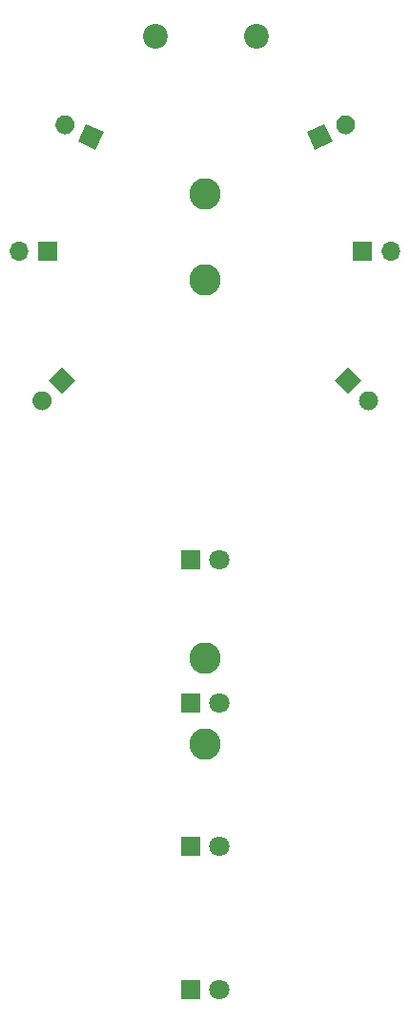
<source format=gbr>
From e55b89a5588fa95f8bbeac76e9181db4f5cc9a8d Mon Sep 17 00:00:00 2001
From: Blaise Thompson <blaise@untzag.com>
Date: Sun, 24 Oct 2021 20:50:41 -0500
Subject: initial commit

---
 gerber/dragonfly-B_Mask.gbr | 211 ++++++++++++++++++++++++++++++++++++++++++++
 1 file changed, 211 insertions(+)
 create mode 100644 gerber/dragonfly-B_Mask.gbr

(limited to 'gerber/dragonfly-B_Mask.gbr')

diff --git a/gerber/dragonfly-B_Mask.gbr b/gerber/dragonfly-B_Mask.gbr
new file mode 100644
index 0000000..51dab40
--- /dev/null
+++ b/gerber/dragonfly-B_Mask.gbr
@@ -0,0 +1,211 @@
+%TF.GenerationSoftware,KiCad,Pcbnew,5.99.0+really5.1.10+dfsg1-1+b1*%
+%TF.CreationDate,2021-10-24T20:32:13-05:00*%
+%TF.ProjectId,dragonfly,64726167-6f6e-4666-9c79-2e6b69636164,A*%
+%TF.SameCoordinates,Original*%
+%TF.FileFunction,Soldermask,Bot*%
+%TF.FilePolarity,Negative*%
+%FSLAX46Y46*%
+G04 Gerber Fmt 4.6, Leading zero omitted, Abs format (unit mm)*
+G04 Created by KiCad (PCBNEW 5.99.0+really5.1.10+dfsg1-1+b1) date 2021-10-24 20:32:13*
+%MOMM*%
+%LPD*%
+G01*
+G04 APERTURE LIST*
+%ADD10C,2.794000*%
+%ADD11C,1.800000*%
+%ADD12R,1.800000X1.800000*%
+%ADD13C,2.200000*%
+%ADD14C,0.100000*%
+%ADD15O,1.700000X1.700000*%
+%ADD16R,1.700000X1.700000*%
+G04 APERTURE END LIST*
+D10*
+%TO.C,BT1*%
+X127000000Y-117348000D03*
+X127000000Y-109728000D03*
+X127000000Y-76200000D03*
+X127000000Y-68580000D03*
+%TD*%
+D11*
+%TO.C,D4*%
+X128270000Y-139065000D03*
+D12*
+X125730000Y-139065000D03*
+%TD*%
+D11*
+%TO.C,D3*%
+X128270000Y-126365000D03*
+D12*
+X125730000Y-126365000D03*
+%TD*%
+D11*
+%TO.C,D2*%
+X128270000Y-113665000D03*
+D12*
+X125730000Y-113665000D03*
+%TD*%
+D11*
+%TO.C,D1*%
+X128270000Y-100965000D03*
+D12*
+X125730000Y-100965000D03*
+%TD*%
+D13*
+%TO.C,REF\u002A\u002A*%
+X122555000Y-54610000D03*
+%TD*%
+%TO.C,REF\u002A\u002A*%
+X131572000Y-54610000D03*
+%TD*%
+%TO.C,REF\u002A\u002A*%
+G36*
+G01*
+X113104990Y-87487092D02*
+X113104990Y-87487092D01*
+G75*
+G02*
+X111902908Y-87487092I-601041J601041D01*
+G01*
+X111902908Y-87487092D01*
+G75*
+G02*
+X111902908Y-86285010I601041J601041D01*
+G01*
+X111902908Y-86285010D01*
+G75*
+G02*
+X113104990Y-86285010I601041J-601041D01*
+G01*
+X113104990Y-86285010D01*
+G75*
+G02*
+X113104990Y-87487092I-601041J-601041D01*
+G01*
+G37*
+D14*
+G36*
+X115502082Y-85090000D02*
+G01*
+X114300000Y-86292082D01*
+X113097918Y-85090000D01*
+X114300000Y-83887918D01*
+X115502082Y-85090000D01*
+G37*
+%TD*%
+D15*
+%TO.C,REF\u002A\u002A*%
+X110490000Y-73660000D03*
+D16*
+X113030000Y-73660000D03*
+%TD*%
+D14*
+%TO.C,REF\u002A\u002A*%
+G36*
+X117251136Y-64629587D02*
+G01*
+X115710413Y-63911136D01*
+X116428864Y-62370413D01*
+X117969587Y-63088864D01*
+X117251136Y-64629587D01*
+G37*
+G36*
+G01*
+X114178752Y-63196912D02*
+X114178752Y-63196912D01*
+G75*
+G02*
+X113767616Y-62067324I359226J770362D01*
+G01*
+X113767616Y-62067324D01*
+G75*
+G02*
+X114897204Y-61656188I770362J-359226D01*
+G01*
+X114897204Y-61656188D01*
+G75*
+G02*
+X115308340Y-62785776I-359226J-770362D01*
+G01*
+X115308340Y-62785776D01*
+G75*
+G02*
+X114178752Y-63196912I-770362J359226D01*
+G01*
+G37*
+%TD*%
+%TO.C,REF\u002A\u002A*%
+G36*
+X139700000Y-83887918D02*
+G01*
+X140902082Y-85090000D01*
+X139700000Y-86292082D01*
+X138497918Y-85090000D01*
+X139700000Y-83887918D01*
+G37*
+G36*
+G01*
+X142097092Y-86285010D02*
+X142097092Y-86285010D01*
+G75*
+G02*
+X142097092Y-87487092I-601041J-601041D01*
+G01*
+X142097092Y-87487092D01*
+G75*
+G02*
+X140895010Y-87487092I-601041J601041D01*
+G01*
+X140895010Y-87487092D01*
+G75*
+G02*
+X140895010Y-86285010I601041J601041D01*
+G01*
+X140895010Y-86285010D01*
+G75*
+G02*
+X142097092Y-86285010I601041J-601041D01*
+G01*
+G37*
+%TD*%
+D16*
+%TO.C,REF\u002A\u002A*%
+X140970000Y-73660000D03*
+D15*
+X143510000Y-73660000D03*
+%TD*%
+%TO.C,REF\u002A\u002A*%
+G36*
+G01*
+X139102796Y-61656188D02*
+X139102796Y-61656188D01*
+G75*
+G02*
+X140232384Y-62067324I359226J-770362D01*
+G01*
+X140232384Y-62067324D01*
+G75*
+G02*
+X139821248Y-63196912I-770362J-359226D01*
+G01*
+X139821248Y-63196912D01*
+G75*
+G02*
+X138691660Y-62785776I-359226J770362D01*
+G01*
+X138691660Y-62785776D01*
+G75*
+G02*
+X139102796Y-61656188I770362J359226D01*
+G01*
+G37*
+D14*
+G36*
+X136030413Y-63088864D02*
+G01*
+X137571136Y-62370413D01*
+X138289587Y-63911136D01*
+X136748864Y-64629587D01*
+X136030413Y-63088864D01*
+G37*
+%TD*%
+M02*
-- 
cgit v1.2.3


</source>
